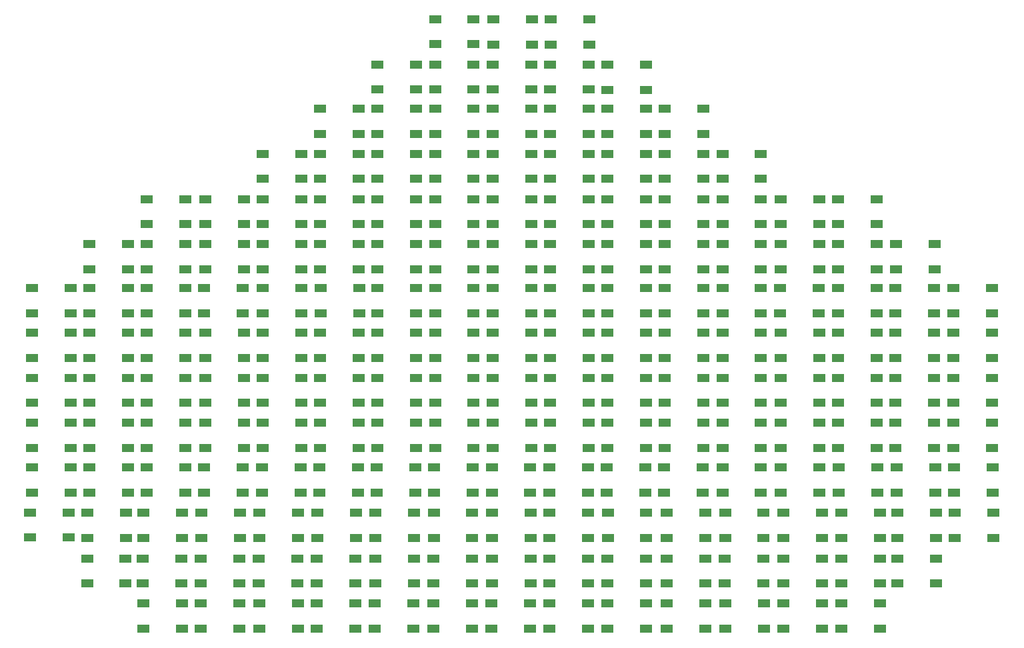
<source format=gtp>
G04 #@! TF.GenerationSoftware,KiCad,Pcbnew,(5.1.6)-1*
G04 #@! TF.CreationDate,2020-10-03T14:28:17-05:00*
G04 #@! TF.ProjectId,LEDs_RGB_cloud,4c454473-5f52-4474-925f-636c6f75642e,rev?*
G04 #@! TF.SameCoordinates,Original*
G04 #@! TF.FileFunction,Paste,Top*
G04 #@! TF.FilePolarity,Positive*
%FSLAX46Y46*%
G04 Gerber Fmt 4.6, Leading zero omitted, Abs format (unit mm)*
G04 Created by KiCad (PCBNEW (5.1.6)-1) date 2020-10-03 14:28:17*
%MOMM*%
%LPD*%
G01*
G04 APERTURE LIST*
%ADD10R,1.500000X1.000000*%
G04 APERTURE END LIST*
D10*
X54750000Y-90000000D03*
X54750000Y-93200000D03*
X59650000Y-90000000D03*
X59650000Y-93200000D03*
X54950000Y-61500000D03*
X54950000Y-64700000D03*
X59850000Y-61500000D03*
X59850000Y-64700000D03*
X91550000Y-44450000D03*
X91550000Y-47650000D03*
X96450000Y-44450000D03*
X96450000Y-47650000D03*
X84275000Y-44450000D03*
X84275000Y-47650000D03*
X89175000Y-44450000D03*
X89175000Y-47650000D03*
X172050000Y-84300000D03*
X172050000Y-87500000D03*
X176950000Y-84300000D03*
X176950000Y-87500000D03*
X150380000Y-90020000D03*
X150380000Y-93220000D03*
X155280000Y-90020000D03*
X155280000Y-93220000D03*
X106150000Y-27350000D03*
X106150000Y-30550000D03*
X111050000Y-27350000D03*
X111050000Y-30550000D03*
X69550000Y-61500000D03*
X69550000Y-64700000D03*
X74450000Y-61500000D03*
X74450000Y-64700000D03*
X84250000Y-55890000D03*
X84250000Y-59090000D03*
X89150000Y-55890000D03*
X89150000Y-59090000D03*
X61960000Y-95850000D03*
X61960000Y-99050000D03*
X66860000Y-95850000D03*
X66860000Y-99050000D03*
X69060000Y-95850000D03*
X69060000Y-99050000D03*
X73960000Y-95850000D03*
X73960000Y-99050000D03*
X76410000Y-95850000D03*
X76410000Y-99050000D03*
X81310000Y-95850000D03*
X81310000Y-99050000D03*
X83760000Y-95850000D03*
X83760000Y-99050000D03*
X88660000Y-95850000D03*
X88660000Y-99050000D03*
X91160000Y-95850000D03*
X91160000Y-99050000D03*
X96060000Y-95850000D03*
X96060000Y-99050000D03*
X98560000Y-95850000D03*
X98560000Y-99050000D03*
X103460000Y-95850000D03*
X103460000Y-99050000D03*
X105960000Y-95850000D03*
X105960000Y-99050000D03*
X110860000Y-95850000D03*
X110860000Y-99050000D03*
X113360000Y-95850000D03*
X113360000Y-99050000D03*
X118260000Y-95850000D03*
X118260000Y-99050000D03*
X120660000Y-95850000D03*
X120660000Y-99050000D03*
X125560000Y-95850000D03*
X125560000Y-99050000D03*
X128060000Y-95850000D03*
X128060000Y-99050000D03*
X132960000Y-95850000D03*
X132960000Y-99050000D03*
X135560000Y-95850000D03*
X135560000Y-99050000D03*
X140460000Y-95850000D03*
X140460000Y-99050000D03*
X142960000Y-95850000D03*
X142960000Y-99050000D03*
X147860000Y-95850000D03*
X147860000Y-99050000D03*
X150360000Y-95850000D03*
X150360000Y-99050000D03*
X155260000Y-95850000D03*
X155260000Y-99050000D03*
X157760000Y-95850000D03*
X157760000Y-99050000D03*
X162660000Y-95850000D03*
X162660000Y-99050000D03*
X164860000Y-95850000D03*
X164860000Y-99050000D03*
X169760000Y-95850000D03*
X169760000Y-99050000D03*
X157760000Y-101550000D03*
X157760000Y-104750000D03*
X162660000Y-101550000D03*
X162660000Y-104750000D03*
X150360000Y-101550000D03*
X150360000Y-104750000D03*
X155260000Y-101550000D03*
X155260000Y-104750000D03*
X143060000Y-101550000D03*
X143060000Y-104750000D03*
X147960000Y-101550000D03*
X147960000Y-104750000D03*
X135560000Y-101550000D03*
X135560000Y-104750000D03*
X140460000Y-101550000D03*
X140460000Y-104750000D03*
X128060000Y-101550000D03*
X128060000Y-104750000D03*
X132960000Y-101550000D03*
X132960000Y-104750000D03*
X120660000Y-101550000D03*
X120660000Y-104750000D03*
X125560000Y-101550000D03*
X125560000Y-104750000D03*
X113310000Y-101550000D03*
X113310000Y-104750000D03*
X118210000Y-101550000D03*
X118210000Y-104750000D03*
X105960000Y-101550000D03*
X105960000Y-104750000D03*
X110860000Y-101550000D03*
X110860000Y-104750000D03*
X98460000Y-101550000D03*
X98460000Y-104750000D03*
X103360000Y-101550000D03*
X103360000Y-104750000D03*
X91160000Y-101550000D03*
X91160000Y-104750000D03*
X96060000Y-101550000D03*
X96060000Y-104750000D03*
X83840000Y-101560000D03*
X83840000Y-104760000D03*
X88740000Y-101560000D03*
X88740000Y-104760000D03*
X76430000Y-101540000D03*
X76430000Y-104740000D03*
X81330000Y-101540000D03*
X81330000Y-104740000D03*
X69080000Y-101540000D03*
X69080000Y-104740000D03*
X73980000Y-101540000D03*
X73980000Y-104740000D03*
X62250000Y-55890000D03*
X62250000Y-59090000D03*
X67150000Y-55890000D03*
X67150000Y-59090000D03*
X54950000Y-72900000D03*
X54950000Y-76100000D03*
X59850000Y-72900000D03*
X59850000Y-76100000D03*
X171950000Y-78600000D03*
X171950000Y-81800000D03*
X176850000Y-78600000D03*
X176850000Y-81800000D03*
X157350000Y-67200000D03*
X157350000Y-70400000D03*
X162250000Y-67200000D03*
X162250000Y-70400000D03*
X164650000Y-61490000D03*
X164650000Y-64690000D03*
X169550000Y-61490000D03*
X169550000Y-64690000D03*
X164880000Y-90020000D03*
X164880000Y-93220000D03*
X169780000Y-90020000D03*
X169780000Y-93220000D03*
X69550000Y-84300000D03*
X69550000Y-87500000D03*
X74450000Y-84300000D03*
X74450000Y-87500000D03*
X113550000Y-27400000D03*
X113550000Y-30600000D03*
X118450000Y-27400000D03*
X118450000Y-30600000D03*
X120850000Y-27400000D03*
X120850000Y-30600000D03*
X125750000Y-27400000D03*
X125750000Y-30600000D03*
X128050000Y-33150000D03*
X128050000Y-36350000D03*
X132950000Y-33150000D03*
X132950000Y-36350000D03*
X120750000Y-33100000D03*
X120750000Y-36300000D03*
X125650000Y-33100000D03*
X125650000Y-36300000D03*
X113450000Y-33100000D03*
X113450000Y-36300000D03*
X118350000Y-33100000D03*
X118350000Y-36300000D03*
X106150000Y-33100000D03*
X106150000Y-36300000D03*
X111050000Y-33100000D03*
X111050000Y-36300000D03*
X98850000Y-33100000D03*
X98850000Y-36300000D03*
X103750000Y-33100000D03*
X103750000Y-36300000D03*
X91550000Y-38750000D03*
X91550000Y-41950000D03*
X96450000Y-38750000D03*
X96450000Y-41950000D03*
X98850000Y-38750000D03*
X98850000Y-41950000D03*
X103750000Y-38750000D03*
X103750000Y-41950000D03*
X106150000Y-38750000D03*
X106150000Y-41950000D03*
X111050000Y-38750000D03*
X111050000Y-41950000D03*
X113450000Y-38750000D03*
X113450000Y-41950000D03*
X118350000Y-38750000D03*
X118350000Y-41950000D03*
X120750000Y-38750000D03*
X120750000Y-41950000D03*
X125650000Y-38750000D03*
X125650000Y-41950000D03*
X128050000Y-38750000D03*
X128050000Y-41950000D03*
X132950000Y-38750000D03*
X132950000Y-41950000D03*
X135350000Y-38750000D03*
X135350000Y-41950000D03*
X140250000Y-38750000D03*
X140250000Y-41950000D03*
X142650000Y-44450000D03*
X142650000Y-47650000D03*
X147550000Y-44450000D03*
X147550000Y-47650000D03*
X135350000Y-44450000D03*
X135350000Y-47650000D03*
X140250000Y-44450000D03*
X140250000Y-47650000D03*
X128050000Y-44450000D03*
X128050000Y-47650000D03*
X132950000Y-44450000D03*
X132950000Y-47650000D03*
X120750000Y-44450000D03*
X120750000Y-47650000D03*
X125650000Y-44450000D03*
X125650000Y-47650000D03*
X113450000Y-44450000D03*
X113450000Y-47650000D03*
X118350000Y-44450000D03*
X118350000Y-47650000D03*
X106150000Y-44450000D03*
X106150000Y-47650000D03*
X111050000Y-44450000D03*
X111050000Y-47650000D03*
X98850000Y-44450000D03*
X98850000Y-47650000D03*
X103750000Y-44450000D03*
X103750000Y-47650000D03*
X69550000Y-50200000D03*
X69550000Y-53400000D03*
X74450000Y-50200000D03*
X74450000Y-53400000D03*
X76950000Y-50200000D03*
X76950000Y-53400000D03*
X81850000Y-50200000D03*
X81850000Y-53400000D03*
X84250000Y-50200000D03*
X84250000Y-53400000D03*
X89150000Y-50200000D03*
X89150000Y-53400000D03*
X91550000Y-50200000D03*
X91550000Y-53400000D03*
X96450000Y-50200000D03*
X96450000Y-53400000D03*
X98850000Y-50200000D03*
X98850000Y-53400000D03*
X103750000Y-50200000D03*
X103750000Y-53400000D03*
X106150000Y-50200000D03*
X106150000Y-53400000D03*
X111050000Y-50200000D03*
X111050000Y-53400000D03*
X113450000Y-50200000D03*
X113450000Y-53400000D03*
X118350000Y-50200000D03*
X118350000Y-53400000D03*
X120750000Y-50200000D03*
X120750000Y-53400000D03*
X125650000Y-50200000D03*
X125650000Y-53400000D03*
X128050000Y-50200000D03*
X128050000Y-53400000D03*
X132950000Y-50200000D03*
X132950000Y-53400000D03*
X135350000Y-50200000D03*
X135350000Y-53400000D03*
X140250000Y-50200000D03*
X140250000Y-53400000D03*
X142650000Y-50200000D03*
X142650000Y-53400000D03*
X147550000Y-50200000D03*
X147550000Y-53400000D03*
X150050000Y-50200000D03*
X150050000Y-53400000D03*
X154950000Y-50200000D03*
X154950000Y-53400000D03*
X157350000Y-50200000D03*
X157350000Y-53400000D03*
X162250000Y-50200000D03*
X162250000Y-53400000D03*
X164670000Y-55900000D03*
X164670000Y-59100000D03*
X169570000Y-55900000D03*
X169570000Y-59100000D03*
X157350000Y-55890000D03*
X157350000Y-59090000D03*
X162250000Y-55890000D03*
X162250000Y-59090000D03*
X150050000Y-55890000D03*
X150050000Y-59090000D03*
X154950000Y-55890000D03*
X154950000Y-59090000D03*
X142650000Y-55890000D03*
X142650000Y-59090000D03*
X147550000Y-55890000D03*
X147550000Y-59090000D03*
X135350000Y-55890000D03*
X135350000Y-59090000D03*
X140250000Y-55890000D03*
X140250000Y-59090000D03*
X128050000Y-55890000D03*
X128050000Y-59090000D03*
X132950000Y-55890000D03*
X132950000Y-59090000D03*
X120750000Y-55890000D03*
X120750000Y-59090000D03*
X125650000Y-55890000D03*
X125650000Y-59090000D03*
X113450000Y-55890000D03*
X113450000Y-59090000D03*
X118350000Y-55890000D03*
X118350000Y-59090000D03*
X106150000Y-55890000D03*
X106150000Y-59090000D03*
X111050000Y-55890000D03*
X111050000Y-59090000D03*
X98850000Y-55890000D03*
X98850000Y-59090000D03*
X103750000Y-55890000D03*
X103750000Y-59090000D03*
X91550000Y-55890000D03*
X91550000Y-59090000D03*
X96450000Y-55890000D03*
X96450000Y-59090000D03*
X76950000Y-55890000D03*
X76950000Y-59090000D03*
X81850000Y-55890000D03*
X81850000Y-59090000D03*
X69550000Y-55890000D03*
X69550000Y-59090000D03*
X74450000Y-55890000D03*
X74450000Y-59090000D03*
X62250000Y-61490000D03*
X62250000Y-64690000D03*
X67150000Y-61490000D03*
X67150000Y-64690000D03*
X76850000Y-61490000D03*
X76850000Y-64690000D03*
X81750000Y-61490000D03*
X81750000Y-64690000D03*
X84250000Y-61490000D03*
X84250000Y-64690000D03*
X89150000Y-61490000D03*
X89150000Y-64690000D03*
X91610000Y-61500000D03*
X91610000Y-64700000D03*
X96510000Y-61500000D03*
X96510000Y-64700000D03*
X98850000Y-61490000D03*
X98850000Y-64690000D03*
X103750000Y-61490000D03*
X103750000Y-64690000D03*
X106150000Y-61490000D03*
X106150000Y-64690000D03*
X111050000Y-61490000D03*
X111050000Y-64690000D03*
X113450000Y-61490000D03*
X113450000Y-64690000D03*
X118350000Y-61490000D03*
X118350000Y-64690000D03*
X120750000Y-61490000D03*
X120750000Y-64690000D03*
X125650000Y-61490000D03*
X125650000Y-64690000D03*
X128050000Y-61490000D03*
X128050000Y-64690000D03*
X132950000Y-61490000D03*
X132950000Y-64690000D03*
X135350000Y-61490000D03*
X135350000Y-64690000D03*
X140250000Y-61490000D03*
X140250000Y-64690000D03*
X142650000Y-61490000D03*
X142650000Y-64690000D03*
X147550000Y-61490000D03*
X147550000Y-64690000D03*
X149950000Y-61490000D03*
X149950000Y-64690000D03*
X154850000Y-61490000D03*
X154850000Y-64690000D03*
X157350000Y-61490000D03*
X157350000Y-64690000D03*
X162250000Y-61490000D03*
X162250000Y-64690000D03*
X171950000Y-61490000D03*
X171950000Y-64690000D03*
X176850000Y-61490000D03*
X176850000Y-64690000D03*
X171950000Y-67200000D03*
X171950000Y-70400000D03*
X176850000Y-67200000D03*
X176850000Y-70400000D03*
X164650000Y-67200000D03*
X164650000Y-70400000D03*
X169550000Y-67200000D03*
X169550000Y-70400000D03*
X150050000Y-67200000D03*
X150050000Y-70400000D03*
X154950000Y-67200000D03*
X154950000Y-70400000D03*
X142650000Y-67200000D03*
X142650000Y-70400000D03*
X147550000Y-67200000D03*
X147550000Y-70400000D03*
X135350000Y-67200000D03*
X135350000Y-70400000D03*
X140250000Y-67200000D03*
X140250000Y-70400000D03*
X128050000Y-67200000D03*
X128050000Y-70400000D03*
X132950000Y-67200000D03*
X132950000Y-70400000D03*
X120750000Y-67200000D03*
X120750000Y-70400000D03*
X125650000Y-67200000D03*
X125650000Y-70400000D03*
X113450000Y-67200000D03*
X113450000Y-70400000D03*
X118350000Y-67200000D03*
X118350000Y-70400000D03*
X106150000Y-67200000D03*
X106150000Y-70400000D03*
X111050000Y-67200000D03*
X111050000Y-70400000D03*
X98850000Y-67200000D03*
X98850000Y-70400000D03*
X103750000Y-67200000D03*
X103750000Y-70400000D03*
X91550000Y-67200000D03*
X91550000Y-70400000D03*
X96450000Y-67200000D03*
X96450000Y-70400000D03*
X84300000Y-67200000D03*
X84300000Y-70400000D03*
X89200000Y-67200000D03*
X89200000Y-70400000D03*
X76950000Y-67200000D03*
X76950000Y-70400000D03*
X81850000Y-67200000D03*
X81850000Y-70400000D03*
X69550000Y-67200000D03*
X69550000Y-70400000D03*
X74450000Y-67200000D03*
X74450000Y-70400000D03*
X62250000Y-67200000D03*
X62250000Y-70400000D03*
X67150000Y-67200000D03*
X67150000Y-70400000D03*
X54950000Y-67200000D03*
X54950000Y-70400000D03*
X59850000Y-67200000D03*
X59850000Y-70400000D03*
X62250000Y-72900000D03*
X62250000Y-76100000D03*
X67150000Y-72900000D03*
X67150000Y-76100000D03*
X69550000Y-72900000D03*
X69550000Y-76100000D03*
X74450000Y-72900000D03*
X74450000Y-76100000D03*
X76950000Y-72900000D03*
X76950000Y-76100000D03*
X81850000Y-72900000D03*
X81850000Y-76100000D03*
X84250000Y-72900000D03*
X84250000Y-76100000D03*
X89150000Y-72900000D03*
X89150000Y-76100000D03*
X91550000Y-72900000D03*
X91550000Y-76100000D03*
X96450000Y-72900000D03*
X96450000Y-76100000D03*
X98850000Y-72900000D03*
X98850000Y-76100000D03*
X103750000Y-72900000D03*
X103750000Y-76100000D03*
X106150000Y-72900000D03*
X106150000Y-76100000D03*
X111050000Y-72900000D03*
X111050000Y-76100000D03*
X113450000Y-72900000D03*
X113450000Y-76100000D03*
X118350000Y-72900000D03*
X118350000Y-76100000D03*
X120750000Y-72900000D03*
X120750000Y-76100000D03*
X125650000Y-72900000D03*
X125650000Y-76100000D03*
X128050000Y-72900000D03*
X128050000Y-76100000D03*
X132950000Y-72900000D03*
X132950000Y-76100000D03*
X135350000Y-72900000D03*
X135350000Y-76100000D03*
X140250000Y-72900000D03*
X140250000Y-76100000D03*
X142650000Y-72900000D03*
X142650000Y-76100000D03*
X147550000Y-72900000D03*
X147550000Y-76100000D03*
X150050000Y-72900000D03*
X150050000Y-76100000D03*
X154950000Y-72900000D03*
X154950000Y-76100000D03*
X157350000Y-72900000D03*
X157350000Y-76100000D03*
X162250000Y-72900000D03*
X162250000Y-76100000D03*
X164650000Y-72900000D03*
X164650000Y-76100000D03*
X169550000Y-72900000D03*
X169550000Y-76100000D03*
X171950000Y-72900000D03*
X171950000Y-76100000D03*
X176850000Y-72900000D03*
X176850000Y-76100000D03*
X164650000Y-78600000D03*
X164650000Y-81800000D03*
X169550000Y-78600000D03*
X169550000Y-81800000D03*
X157350000Y-78600000D03*
X157350000Y-81800000D03*
X162250000Y-78600000D03*
X162250000Y-81800000D03*
X150050000Y-78600000D03*
X150050000Y-81800000D03*
X154950000Y-78600000D03*
X154950000Y-81800000D03*
X142650000Y-78600000D03*
X142650000Y-81800000D03*
X147550000Y-78600000D03*
X147550000Y-81800000D03*
X135350000Y-78600000D03*
X135350000Y-81800000D03*
X140250000Y-78600000D03*
X140250000Y-81800000D03*
X128050000Y-78600000D03*
X128050000Y-81800000D03*
X132950000Y-78600000D03*
X132950000Y-81800000D03*
X120750000Y-78600000D03*
X120750000Y-81800000D03*
X125650000Y-78600000D03*
X125650000Y-81800000D03*
X113450000Y-78600000D03*
X113450000Y-81800000D03*
X118350000Y-78600000D03*
X118350000Y-81800000D03*
X106150000Y-78600000D03*
X106150000Y-81800000D03*
X111050000Y-78600000D03*
X111050000Y-81800000D03*
X98850000Y-78600000D03*
X98850000Y-81800000D03*
X103750000Y-78600000D03*
X103750000Y-81800000D03*
X91550000Y-78600000D03*
X91550000Y-81800000D03*
X96450000Y-78600000D03*
X96450000Y-81800000D03*
X84250000Y-78600000D03*
X84250000Y-81800000D03*
X89150000Y-78600000D03*
X89150000Y-81800000D03*
X76950000Y-78600000D03*
X76950000Y-81800000D03*
X81850000Y-78600000D03*
X81850000Y-81800000D03*
X69550000Y-78600000D03*
X69550000Y-81800000D03*
X74450000Y-78600000D03*
X74450000Y-81800000D03*
X62250000Y-78600000D03*
X62250000Y-81800000D03*
X67150000Y-78600000D03*
X67150000Y-81800000D03*
X54950000Y-78600000D03*
X54950000Y-81800000D03*
X59850000Y-78600000D03*
X59850000Y-81800000D03*
X54950000Y-84300000D03*
X54950000Y-87500000D03*
X59850000Y-84300000D03*
X59850000Y-87500000D03*
X62250000Y-84300000D03*
X62250000Y-87500000D03*
X67150000Y-84300000D03*
X67150000Y-87500000D03*
X76850000Y-84300000D03*
X76850000Y-87500000D03*
X81750000Y-84300000D03*
X81750000Y-87500000D03*
X84150000Y-84300000D03*
X84150000Y-87500000D03*
X89050000Y-84300000D03*
X89050000Y-87500000D03*
X91450000Y-84300000D03*
X91450000Y-87500000D03*
X96350000Y-84300000D03*
X96350000Y-87500000D03*
X98750000Y-84300000D03*
X98750000Y-87500000D03*
X103650000Y-84300000D03*
X103650000Y-87500000D03*
X106050000Y-84300000D03*
X106050000Y-87500000D03*
X110950000Y-84300000D03*
X110950000Y-87500000D03*
X113350000Y-84300000D03*
X113350000Y-87500000D03*
X118250000Y-84300000D03*
X118250000Y-87500000D03*
X120650000Y-84300000D03*
X120650000Y-87500000D03*
X125550000Y-84300000D03*
X125550000Y-87500000D03*
X127950000Y-84300000D03*
X127950000Y-87500000D03*
X132850000Y-84300000D03*
X132850000Y-87500000D03*
X135250000Y-84300000D03*
X135250000Y-87500000D03*
X140150000Y-84300000D03*
X140150000Y-87500000D03*
X142650000Y-84300000D03*
X142650000Y-87500000D03*
X147550000Y-84300000D03*
X147550000Y-87500000D03*
X150050000Y-84300000D03*
X150050000Y-87500000D03*
X154950000Y-84300000D03*
X154950000Y-87500000D03*
X157450000Y-84300000D03*
X157450000Y-87500000D03*
X162350000Y-84300000D03*
X162350000Y-87500000D03*
X164750000Y-84300000D03*
X164750000Y-87500000D03*
X169650000Y-84300000D03*
X169650000Y-87500000D03*
X172180000Y-90020000D03*
X172180000Y-93220000D03*
X177080000Y-90020000D03*
X177080000Y-93220000D03*
X157780000Y-90020000D03*
X157780000Y-93220000D03*
X162680000Y-90020000D03*
X162680000Y-93220000D03*
X142980000Y-90020000D03*
X142980000Y-93220000D03*
X147880000Y-90020000D03*
X147880000Y-93220000D03*
X135580000Y-90020000D03*
X135580000Y-93220000D03*
X140480000Y-90020000D03*
X140480000Y-93220000D03*
X128080000Y-90020000D03*
X128080000Y-93220000D03*
X132980000Y-90020000D03*
X132980000Y-93220000D03*
X120680000Y-90020000D03*
X120680000Y-93220000D03*
X125580000Y-90020000D03*
X125580000Y-93220000D03*
X113380000Y-90020000D03*
X113380000Y-93220000D03*
X118280000Y-90020000D03*
X118280000Y-93220000D03*
X105980000Y-90020000D03*
X105980000Y-93220000D03*
X110880000Y-90020000D03*
X110880000Y-93220000D03*
X98580000Y-90020000D03*
X98580000Y-93220000D03*
X103480000Y-90020000D03*
X103480000Y-93220000D03*
X91180000Y-90020000D03*
X91180000Y-93220000D03*
X96080000Y-90020000D03*
X96080000Y-93220000D03*
X83880000Y-90020000D03*
X83880000Y-93220000D03*
X88780000Y-90020000D03*
X88780000Y-93220000D03*
X76480000Y-90020000D03*
X76480000Y-93220000D03*
X81380000Y-90020000D03*
X81380000Y-93220000D03*
X69080000Y-90020000D03*
X69080000Y-93220000D03*
X73980000Y-90020000D03*
X73980000Y-93220000D03*
X61980000Y-90020000D03*
X61980000Y-93220000D03*
X66880000Y-90020000D03*
X66880000Y-93220000D03*
M02*

</source>
